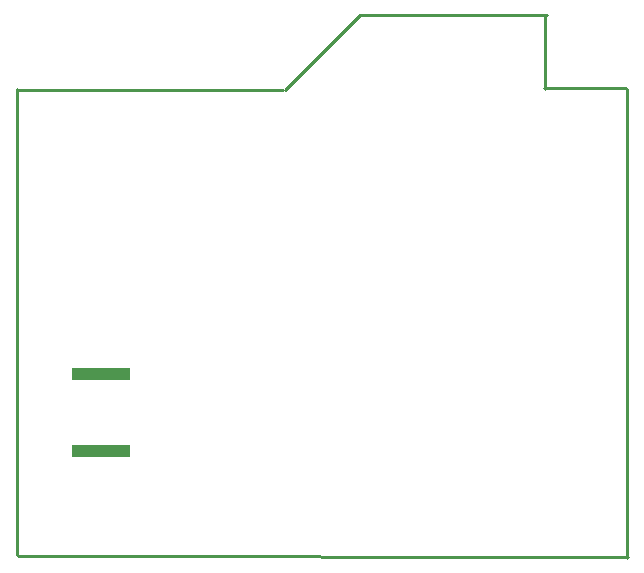
<source format=gbp>
G04 Layer_Color=128*
%FSLAX25Y25*%
%MOIN*%
G70*
G01*
G75*
%ADD36C,0.01000*%
%ADD45R,0.19685X0.03937*%
D36*
X437600Y266200D02*
X462500Y291100D01*
X463000D02*
X524900D01*
X524400Y266400D02*
Y290500D01*
X524000Y266600D02*
X551400D01*
X551700Y110100D02*
Y266500D01*
X348500Y110801D02*
X551800Y110400D01*
X348300Y111000D02*
Y266400D01*
X348200Y266000D02*
X436800D01*
D45*
X376300Y145800D02*
D03*
Y171300D02*
D03*
M02*

</source>
